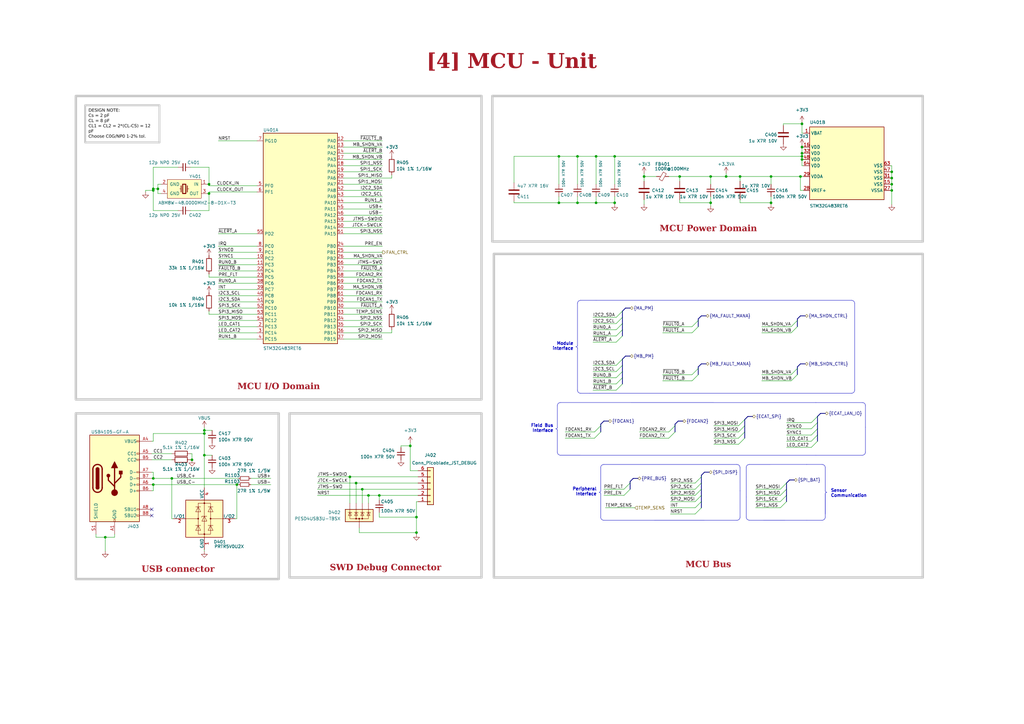
<source format=kicad_sch>
(kicad_sch (version 20230121) (generator eeschema)
  (paper "A3")
  (title_block (title "Sheet Title A") (date "Last Modified Date") (rev "${REVISION}") (company "${COMPANY}"))
  (bus_alias "ECAT_LAN_IO" (members "IRQ" "SYNC0" "SYNC1" "LED_CAT1" "LED_CAT2"))
  (bus_alias "ECAT_SPI" (members "SPI3_MOSI" "SPI3_MISO" "SPI3_SCK" "SPI3_NSS"))
  (bus_alias "FDCAN1" (members "FDCAN1_RX" "FDCAN1_TX"))
  (bus_alias "FDCAN2" (members "FDCAN2_RX" "FDCAN2_TX"))
  (bus_alias "LED" (members "LED1" "LED_USB"))
  (bus_alias "MA_FAULT_MANA" (members "~{FAULT0}_A" "~{FAULT1}_A"))
  (bus_alias "MA_PM" (members "I2C2_SDA" "I2C2_SCL" "RUN0_A" "RUN1_A" "~{ALERT}_A"))
  (bus_alias "MA_SHDN_CTRL" (members "MA_SHDN_VA" "MA_SHDN_VB"))
  (bus_alias "MB_FAULT_MANA" (members "~{FAULT0}_B" "~{FAULT1}_B"))
  (bus_alias "MB_PM" (members "I2C3_SDA" "I2C3_SCL" "RUN0_B" "RUN1_B" "~{ALERT}_B"))
  (bus_alias "MB_SHDN_CTRL" (members "MB_SHDN_VA" "MB_SHDN_VB"))
  (bus_alias "PRE_BUS" (members "PRE_FLT" "PRE_EN"))
  (bus_alias "SPI_BAT" (members "SPI1_MOSI" "SPI1_MISO" "SPI1_SCK" "SPI1_NSS"))
  (bus_alias "SPI_DISP" (members "SPI2_NSS" "SPI2_SCK" "SPI2_MISO" "SPI2_MOSI" "INT" "NRST"))
  (junction (at 328.93 65.405))
  (junction (at 297.815 72.39))
  (junction (at 43.18 220.345))
  (junction (at 64.77 77.47))
  (junction (at 365.76 73.025))
  (junction (at 151.13 203.2))
  (junction (at 170.815 218.44))
  (junction (at 62.865 78.105))
  (junction (at 291.465 83.185))
  (junction (at 85.725 75.565))
  (junction (at 85.725 79.375))
  (junction (at 143.51 195.58))
  (junction (at 252.095 83.185))
  (junction (at 244.475 83.185))
  (junction (at 83.82 186.69))
  (junction (at 62.865 198.755))
  (junction (at 316.23 72.39))
  (junction (at 328.295 72.39))
  (junction (at 316.23 83.185))
  (junction (at 148.59 200.66))
  (junction (at 328.93 62.865))
  (junction (at 236.855 83.185))
  (junction (at 229.235 64.135))
  (junction (at 62.865 196.215))
  (junction (at 328.93 50.8))
  (junction (at 83.82 177.8))
  (junction (at 244.475 64.135))
  (junction (at 278.765 72.39))
  (junction (at 62.865 77.47))
  (junction (at 303.53 72.39))
  (junction (at 365.76 70.485))
  (junction (at 365.76 75.565))
  (junction (at 146.05 198.12))
  (junction (at 328.93 64.135))
  (junction (at 252.095 64.135))
  (junction (at 97.155 198.755))
  (junction (at 365.76 78.105))
  (junction (at 168.275 182.88))
  (junction (at 264.16 72.39))
  (junction (at 236.855 64.135))
  (junction (at 170.815 212.09))
  (junction (at 78.74 188.595))
  (junction (at 229.235 83.185))
  (junction (at 155.575 203.2))
  (junction (at 328.93 60.325))
  (junction (at 83.82 176.53))
  (junction (at 291.465 72.39))
  (junction (at 70.485 196.215))
  (no_connect (at 62.23 211.455))
  (no_connect (at 62.23 208.915))
  (bus_entry (at 255.27 135.255) (size -2.54 2.54))
  (bus_entry (at 335.28 178.435) (size -2.54 2.54))
  (bus_entry (at 322.58 200.66) (size -2.54 2.54))
  (bus_entry (at 287.655 195.58) (size -2.54 2.54))
  (bus_entry (at 287.655 198.12) (size -2.54 2.54))
  (bus_entry (at 243.85 179.7) (size 2.54 -2.54))
  (bus_entry (at 335.28 180.975) (size -2.54 2.54))
  (bus_entry (at 324.485 156.21) (size 2.54 -2.54))
  (bus_entry (at 305.445 177.16) (size -2.54 2.54))
  (bus_entry (at 287.655 208.28) (size -2.54 2.54))
  (bus_entry (at 274.32 177.165) (size 2.54 -2.54))
  (bus_entry (at 287.655 203.2) (size -2.54 2.54))
  (bus_entry (at 305.445 179.7) (size -2.54 2.54))
  (bus_entry (at 283.845 156.21) (size 2.54 -2.54))
  (bus_entry (at 283.845 133.985) (size 2.54 -2.54))
  (bus_entry (at 255.27 132.715) (size -2.54 2.54))
  (bus_entry (at 287.655 200.66) (size -2.54 2.54))
  (bus_entry (at 305.445 174.62) (size -2.54 2.54))
  (bus_entry (at 255.27 130.175) (size -2.54 2.54))
  (bus_entry (at 255.27 147.32) (size -2.54 2.54))
  (bus_entry (at 324.485 133.985) (size 2.54 -2.54))
  (bus_entry (at 335.28 175.895) (size -2.54 2.54))
  (bus_entry (at 283.845 136.525) (size 2.54 -2.54))
  (bus_entry (at 324.485 136.525) (size 2.54 -2.54))
  (bus_entry (at 283.845 153.67) (size 2.54 -2.54))
  (bus_entry (at 322.58 198.12) (size -2.54 2.54))
  (bus_entry (at 335.28 173.355) (size -2.54 2.54))
  (bus_entry (at 243.85 177.16) (size 2.54 -2.54))
  (bus_entry (at 335.28 170.815) (size -2.54 2.54))
  (bus_entry (at 255.27 137.795) (size -2.54 2.54))
  (bus_entry (at 255.27 127.635) (size -2.54 2.54))
  (bus_entry (at 255.915 203.19) (size 2.54 -2.54))
  (bus_entry (at 255.905 200.66) (size 2.54 -2.54))
  (bus_entry (at 322.58 203.2) (size -2.54 2.54))
  (bus_entry (at 324.485 153.67) (size 2.54 -2.54))
  (bus_entry (at 255.27 157.48) (size -2.54 2.54))
  (bus_entry (at 287.655 205.74) (size -2.54 2.54))
  (bus_entry (at 255.27 149.86) (size -2.54 2.54))
  (bus_entry (at 255.27 154.94) (size -2.54 2.54))
  (bus_entry (at 255.27 152.4) (size -2.54 2.54))
  (bus_entry (at 305.445 172.08) (size -2.54 2.54))
  (bus_entry (at 322.58 205.74) (size -2.54 2.54))
  (bus_entry (at 274.32 179.705) (size 2.54 -2.54))
  (wire (pts (xy 328.93 50.8) (xy 328.93 54.61)))
  (wire (pts (xy 164.465 182.88) (xy 168.275 182.88)))
  (bus (pts (xy 305.445 172.08) (xy 305.445 174.62)))
  (wire (pts (xy 264.16 71.12) (xy 264.16 72.39)))
  (wire (pts (xy 66.04 79.375) (xy 64.77 79.375)))
  (bus (pts (xy 255.27 130.175) (xy 255.27 132.715)))
  (wire (pts (xy 140.97 111.125) (xy 156.845 111.125)))
  (wire (pts (xy 316.23 72.39) (xy 316.23 75.565)))
  (wire (pts (xy 170.815 218.44) (xy 170.815 219.075)))
  (wire (pts (xy 274.32 179.705) (xy 262.255 179.705)))
  (wire (pts (xy 155.575 212.09) (xy 170.815 212.09)))
  (wire (pts (xy 85.725 75.565) (xy 85.09 75.565)))
  (wire (pts (xy 328.93 65.405) (xy 329.565 65.405)))
  (bus (pts (xy 276.86 173.99) (xy 278.13 172.72)))
  (polyline (pts (xy 334.645 186.69) (xy 353.695 186.69)))
  (wire (pts (xy 97.155 212.725) (xy 97.155 198.755)))
  (wire (pts (xy 59.69 78.105) (xy 62.865 78.105)))
  (wire (pts (xy 328.295 72.39) (xy 329.565 72.39)))
  (wire (pts (xy 328.93 62.865) (xy 328.93 60.325)))
  (wire (pts (xy 229.235 80.645) (xy 229.235 83.185)))
  (wire (pts (xy 321.31 50.8) (xy 328.93 50.8)))
  (wire (pts (xy 274.32 72.39) (xy 278.765 72.39)))
  (polyline (pts (xy 337.19 190.495) (xy 330.84 190.495)))
  (bus (pts (xy 327.025 150.495) (xy 327.025 151.13)))
  (wire (pts (xy 62.865 201.295) (xy 62.865 198.755)))
  (polyline (pts (xy 350.52 160.02) (xy 350.52 124.46)))
  (wire (pts (xy 83.82 177.8) (xy 83.82 186.69)))
  (bus (pts (xy 322.58 203.2) (xy 322.58 205.74)))
  (bus (pts (xy 246.39 173.985) (xy 247.66 172.715)))
  (polyline (pts (xy 229.88 186.685) (xy 334.645 186.69)))
  (wire (pts (xy 102.87 198.755) (xy 111.125 198.755)))
  (wire (pts (xy 244.475 83.185) (xy 252.095 83.185)))
  (wire (pts (xy 297.815 72.39) (xy 303.53 72.39)))
  (wire (pts (xy 303.53 72.39) (xy 316.23 72.39)))
  (wire (pts (xy 62.23 186.055) (xy 70.485 186.055)))
  (wire (pts (xy 105.41 111.125) (xy 89.535 111.125)))
  (wire (pts (xy 168.275 181.61) (xy 168.275 182.88)))
  (wire (pts (xy 62.23 198.755) (xy 62.865 198.755)))
  (wire (pts (xy 365.76 73.025) (xy 365.76 75.565)))
  (wire (pts (xy 64.77 77.47) (xy 62.865 77.47)))
  (wire (pts (xy 156.845 60.325) (xy 140.97 60.325)))
  (wire (pts (xy 264.16 81.915) (xy 264.16 83.82)))
  (wire (pts (xy 156.845 100.965) (xy 140.97 100.965)))
  (wire (pts (xy 309.88 203.2) (xy 320.04 203.2)))
  (wire (pts (xy 328.93 50.165) (xy 328.93 50.8)))
  (bus (pts (xy 287.655 194.945) (xy 287.655 195.58)))
  (wire (pts (xy 89.535 116.205) (xy 105.41 116.205)))
  (wire (pts (xy 274.955 200.66) (xy 285.115 200.66)))
  (bus (pts (xy 286.385 150.495) (xy 286.385 151.13)))
  (wire (pts (xy 156.845 62.865) (xy 140.97 62.865)))
  (wire (pts (xy 156.845 106.045) (xy 140.97 106.045)))
  (wire (pts (xy 365.76 67.945) (xy 365.76 70.485)))
  (wire (pts (xy 365.76 78.105) (xy 365.76 83.82)))
  (wire (pts (xy 89.535 131.445) (xy 105.41 131.445)))
  (wire (pts (xy 278.765 72.39) (xy 291.465 72.39)))
  (bus (pts (xy 255.27 152.4) (xy 255.27 154.94)))
  (wire (pts (xy 83.82 186.69) (xy 83.82 200.025)))
  (wire (pts (xy 236.855 83.185) (xy 244.475 83.185)))
  (wire (pts (xy 89.535 136.525) (xy 105.41 136.525)))
  (wire (pts (xy 291.465 80.645) (xy 291.465 83.185)))
  (wire (pts (xy 85.725 86.36) (xy 85.725 79.375)))
  (wire (pts (xy 89.535 121.285) (xy 105.41 121.285)))
  (wire (pts (xy 229.235 64.135) (xy 229.235 75.565)))
  (wire (pts (xy 322.58 183.515) (xy 332.74 183.515)))
  (bus (pts (xy 246.39 174.62) (xy 246.39 177.16)))
  (wire (pts (xy 297.815 71.12) (xy 297.815 72.39)))
  (bus (pts (xy 255.27 132.715) (xy 255.27 135.255)))
  (wire (pts (xy 244.475 64.135) (xy 252.095 64.135)))
  (wire (pts (xy 243.205 132.715) (xy 252.73 132.715)))
  (polyline (pts (xy 306.07 212.09) (xy 306.07 203.835)))
  (wire (pts (xy 243.205 130.175) (xy 252.73 130.175)))
  (wire (pts (xy 140.97 108.585) (xy 156.845 108.585)))
  (wire (pts (xy 140.97 123.825) (xy 156.845 123.825)))
  (polyline (pts (xy 246.38 191.77) (xy 246.385 201.29)))
  (wire (pts (xy 365.76 78.105) (xy 365.125 78.105)))
  (wire (pts (xy 140.97 85.725) (xy 156.845 85.725)))
  (wire (pts (xy 278.765 83.185) (xy 291.465 83.185)))
  (bus (pts (xy 335.28 170.815) (xy 336.55 169.545)))
  (wire (pts (xy 143.51 206.375) (xy 143.51 195.58)))
  (bus (pts (xy 287.655 194.945) (xy 288.925 193.675)))
  (wire (pts (xy 274.955 203.2) (xy 285.115 203.2)))
  (wire (pts (xy 156.845 103.505) (xy 140.97 103.505)))
  (wire (pts (xy 210.82 74.93) (xy 210.82 64.135)))
  (wire (pts (xy 156.845 131.445) (xy 140.97 131.445)))
  (wire (pts (xy 85.725 78.74) (xy 105.41 78.74)))
  (wire (pts (xy 83.82 226.06) (xy 83.82 225.425)))
  (wire (pts (xy 252.095 64.135) (xy 252.095 75.565)))
  (wire (pts (xy 62.23 193.675) (xy 62.865 193.675)))
  (wire (pts (xy 105.41 57.785) (xy 89.535 57.785)))
  (wire (pts (xy 243.205 154.94) (xy 252.73 154.94)))
  (bus (pts (xy 258.45 197.48) (xy 259.72 196.21)))
  (bus (pts (xy 255.27 147.32) (xy 256.54 146.05)))
  (wire (pts (xy 164.465 183.515) (xy 164.465 182.88)))
  (wire (pts (xy 171.45 205.74) (xy 170.815 205.74)))
  (bus (pts (xy 258.445 198.12) (xy 258.455 198.11)))
  (wire (pts (xy 274.955 208.28) (xy 285.115 208.28)))
  (wire (pts (xy 85.725 79.375) (xy 85.09 79.375)))
  (wire (pts (xy 365.76 70.485) (xy 365.125 70.485)))
  (wire (pts (xy 140.97 75.565) (xy 156.845 75.565)))
  (wire (pts (xy 140.97 80.645) (xy 156.845 80.645)))
  (bus (pts (xy 305.445 172.08) (xy 306.715 170.81)))
  (bus (pts (xy 335.28 173.355) (xy 335.28 175.895)))
  (wire (pts (xy 252.095 80.645) (xy 252.095 83.185)))
  (wire (pts (xy 243.205 152.4) (xy 252.73 152.4)))
  (wire (pts (xy 156.845 133.985) (xy 140.97 133.985)))
  (wire (pts (xy 156.845 57.785) (xy 140.97 57.785)))
  (bus (pts (xy 286.385 131.445) (xy 286.385 133.985)))
  (wire (pts (xy 274.32 177.165) (xy 262.255 177.165)))
  (bus (pts (xy 256.54 146.05) (xy 258.445 146.05)))
  (wire (pts (xy 105.41 108.585) (xy 89.535 108.585)))
  (polyline (pts (xy 229.88 165.095) (xy 334.645 165.1)))
  (wire (pts (xy 244.475 64.135) (xy 244.475 75.565)))
  (wire (pts (xy 83.82 186.69) (xy 86.995 186.69)))
  (wire (pts (xy 321.31 50.8) (xy 321.31 51.435)))
  (wire (pts (xy 140.97 136.525) (xy 160.655 136.525)))
  (wire (pts (xy 243.205 160.02) (xy 252.73 160.02)))
  (bus (pts (xy 322.58 198.12) (xy 323.85 196.85)))
  (wire (pts (xy 89.535 100.965) (xy 105.41 100.965)))
  (wire (pts (xy 62.865 68.58) (xy 62.865 77.47)))
  (wire (pts (xy 291.465 72.39) (xy 291.465 75.565)))
  (bus (pts (xy 255.27 149.86) (xy 255.27 152.4)))
  (wire (pts (xy 252.095 64.135) (xy 328.93 64.135)))
  (wire (pts (xy 365.76 73.025) (xy 365.125 73.025)))
  (wire (pts (xy 62.865 180.975) (xy 62.23 180.975)))
  (wire (pts (xy 292.745 174.62) (xy 302.905 174.62)))
  (wire (pts (xy 283.845 153.67) (xy 271.78 153.67)))
  (wire (pts (xy 236.855 64.135) (xy 236.855 75.565)))
  (polyline (pts (xy 228.6 176.535) (xy 228.61 185.415)))
  (polyline (pts (xy 338.465 202.565) (xy 338.465 210.82)))
  (wire (pts (xy 322.58 178.435) (xy 332.74 178.435)))
  (wire (pts (xy 85.725 128.905) (xy 105.41 128.905)))
  (wire (pts (xy 89.535 118.745) (xy 105.41 118.745)))
  (polyline (pts (xy 238.125 161.29) (xy 241.935 161.29)))
  (bus (pts (xy 322.58 200.66) (xy 322.58 203.2)))
  (wire (pts (xy 89.535 95.885) (xy 105.41 95.885)))
  (bus (pts (xy 322.58 198.12) (xy 322.58 200.66)))
  (bus (pts (xy 306.715 170.81) (xy 308.62 170.81)))
  (wire (pts (xy 365.76 67.945) (xy 365.125 67.945)))
  (wire (pts (xy 140.97 78.105) (xy 156.845 78.105)))
  (wire (pts (xy 78.105 188.595) (xy 78.74 188.595)))
  (wire (pts (xy 147.32 218.44) (xy 170.815 218.44)))
  (wire (pts (xy 140.97 67.945) (xy 156.845 67.945)))
  (bus (pts (xy 323.85 196.85) (xy 325.755 196.85)))
  (wire (pts (xy 89.535 123.825) (xy 105.41 123.825)))
  (bus (pts (xy 286.385 150.495) (xy 287.655 149.225)))
  (wire (pts (xy 328.93 60.325) (xy 329.565 60.325)))
  (wire (pts (xy 243.205 157.48) (xy 252.73 157.48)))
  (wire (pts (xy 62.865 77.47) (xy 62.865 78.105)))
  (wire (pts (xy 140.97 116.205) (xy 156.845 116.205)))
  (wire (pts (xy 236.855 80.645) (xy 236.855 83.185)))
  (wire (pts (xy 264.16 72.39) (xy 264.16 74.295)))
  (polyline (pts (xy 337.19 213.355) (xy 330.84 213.355)))
  (wire (pts (xy 155.575 210.185) (xy 155.575 212.09)))
  (wire (pts (xy 229.235 83.185) (xy 236.855 83.185)))
  (wire (pts (xy 255.905 200.66) (xy 247.655 200.655)))
  (bus (pts (xy 287.655 129.54) (xy 289.56 129.54)))
  (wire (pts (xy 316.23 72.39) (xy 328.295 72.39)))
  (bus (pts (xy 335.28 175.895) (xy 335.28 178.435)))
  (wire (pts (xy 70.485 196.215) (xy 70.485 212.725)))
  (polyline (pts (xy 338.465 202.565) (xy 338.465 212.09)))
  (bus (pts (xy 247.66 172.715) (xy 249.565 172.715)))
  (wire (pts (xy 329.565 78.105) (xy 328.295 78.105)))
  (wire (pts (xy 309.88 208.28) (xy 320.04 208.28)))
  (wire (pts (xy 248.285 208.28) (xy 260.35 208.28)))
  (wire (pts (xy 243.205 137.795) (xy 252.73 137.795)))
  (wire (pts (xy 146.05 198.12) (xy 171.45 198.12)))
  (bus (pts (xy 256.54 126.365) (xy 258.445 126.365)))
  (wire (pts (xy 278.765 72.39) (xy 278.765 74.295)))
  (wire (pts (xy 70.485 212.725) (xy 71.12 212.725)))
  (bus (pts (xy 327.025 131.445) (xy 327.025 133.985)))
  (wire (pts (xy 89.535 106.045) (xy 105.41 106.045)))
  (wire (pts (xy 322.58 175.895) (xy 332.74 175.895)))
  (wire (pts (xy 62.23 201.295) (xy 62.865 201.295)))
  (wire (pts (xy 140.97 118.745) (xy 156.845 118.745)))
  (wire (pts (xy 83.82 176.53) (xy 83.82 177.8)))
  (bus (pts (xy 255.27 127.635) (xy 256.54 126.365)))
  (wire (pts (xy 365.76 75.565) (xy 365.125 75.565)))
  (wire (pts (xy 140.97 70.485) (xy 156.845 70.485)))
  (wire (pts (xy 243.85 179.7) (xy 231.785 179.7)))
  (wire (pts (xy 62.23 196.215) (xy 62.865 196.215)))
  (wire (pts (xy 328.93 59.69) (xy 328.93 60.325)))
  (wire (pts (xy 85.725 113.665) (xy 105.41 113.665)))
  (wire (pts (xy 85.725 127.635) (xy 85.725 128.905)))
  (bus (pts (xy 287.655 198.12) (xy 287.655 200.66)))
  (wire (pts (xy 243.205 140.335) (xy 252.73 140.335)))
  (bus (pts (xy 327.025 130.81) (xy 328.295 129.54)))
  (wire (pts (xy 274.955 198.12) (xy 285.115 198.12)))
  (wire (pts (xy 62.865 198.755) (xy 97.155 198.755)))
  (wire (pts (xy 243.205 149.86) (xy 252.73 149.86)))
  (wire (pts (xy 309.88 205.74) (xy 320.04 205.74)))
  (wire (pts (xy 64.77 77.47) (xy 64.77 79.375)))
  (wire (pts (xy 140.97 121.285) (xy 156.845 121.285)))
  (bus (pts (xy 258.455 198.11) (xy 258.455 200.65)))
  (wire (pts (xy 39.37 219.075) (xy 39.37 220.345)))
  (bus (pts (xy 246.39 173.985) (xy 246.39 174.62)))
  (polyline (pts (xy 244.475 123.19) (xy 349.25 123.19)))
  (wire (pts (xy 171.45 193.04) (xy 168.275 193.04)))
  (wire (pts (xy 140.97 93.345) (xy 156.845 93.345)))
  (wire (pts (xy 252.095 83.185) (xy 252.095 83.82)))
  (polyline (pts (xy 338.465 191.77) (xy 338.46 201.29)))
  (wire (pts (xy 130.175 195.58) (xy 143.51 195.58)))
  (polyline (pts (xy 247.65 190.5) (xy 302.26 190.5)))
  (wire (pts (xy 140.97 139.065) (xy 156.845 139.065)))
  (polyline (pts (xy 330.84 190.495) (xy 307.34 190.5)))
  (bus (pts (xy 327.025 151.13) (xy 327.025 153.67)))
  (wire (pts (xy 130.175 203.2) (xy 151.13 203.2)))
  (wire (pts (xy 170.815 205.74) (xy 170.815 212.09)))
  (bus (pts (xy 335.28 178.435) (xy 335.28 180.975)))
  (wire (pts (xy 97.155 198.755) (xy 97.79 198.755)))
  (wire (pts (xy 170.815 212.09) (xy 170.815 218.44)))
  (wire (pts (xy 274.955 205.74) (xy 285.115 205.74)))
  (wire (pts (xy 62.865 196.215) (xy 62.865 193.675)))
  (polyline (pts (xy 238.125 123.19) (xy 244.475 123.19)))
  (wire (pts (xy 102.87 196.215) (xy 111.125 196.215)))
  (wire (pts (xy 229.235 64.135) (xy 236.855 64.135)))
  (bus (pts (xy 255.27 135.255) (xy 255.27 137.795)))
  (wire (pts (xy 62.865 177.8) (xy 62.865 180.975)))
  (wire (pts (xy 324.485 156.21) (xy 312.42 156.21)))
  (bus (pts (xy 287.655 203.2) (xy 287.655 205.74)))
  (wire (pts (xy 85.725 112.395) (xy 85.725 113.665)))
  (wire (pts (xy 140.97 88.265) (xy 156.845 88.265)))
  (polyline (pts (xy 247.655 213.355) (xy 302.26 213.36)))
  (wire (pts (xy 62.23 188.595) (xy 70.485 188.595)))
  (wire (pts (xy 148.59 200.66) (xy 171.45 200.66)))
  (wire (pts (xy 283.845 136.525) (xy 271.78 136.525)))
  (wire (pts (xy 148.59 206.375) (xy 148.59 200.66)))
  (wire (pts (xy 328.93 67.945) (xy 329.565 67.945)))
  (wire (pts (xy 324.485 133.985) (xy 312.42 133.985)))
  (wire (pts (xy 291.465 72.39) (xy 297.815 72.39)))
  (bus (pts (xy 287.655 195.58) (xy 287.655 198.12)))
  (bus (pts (xy 255.27 127.635) (xy 255.27 130.175)))
  (wire (pts (xy 147.32 216.535) (xy 147.32 218.44)))
  (wire (pts (xy 155.575 203.2) (xy 171.45 203.2)))
  (polyline (pts (xy 330.84 213.355) (xy 307.34 213.36)))
  (wire (pts (xy 324.485 136.525) (xy 312.42 136.525)))
  (wire (pts (xy 160.655 135.255) (xy 160.655 136.525)))
  (bus (pts (xy 336.55 169.545) (xy 338.455 169.545)))
  (polyline (pts (xy 306.07 203.835) (xy 306.07 191.77)))
  (bus (pts (xy 287.655 200.66) (xy 287.655 203.2)))
  (wire (pts (xy 78.105 186.055) (xy 78.74 186.055)))
  (wire (pts (xy 316.23 83.185) (xy 316.23 83.82)))
  (wire (pts (xy 328.93 65.405) (xy 328.93 64.135)))
  (wire (pts (xy 328.295 72.39) (xy 328.295 78.105)))
  (wire (pts (xy 322.58 173.355) (xy 332.74 173.355)))
  (wire (pts (xy 243.205 135.255) (xy 252.73 135.255)))
  (bus (pts (xy 305.445 174.62) (xy 305.445 177.16)))
  (wire (pts (xy 292.745 177.16) (xy 302.905 177.16)))
  (wire (pts (xy 151.13 203.2) (xy 155.575 203.2)))
  (bus (pts (xy 327.025 130.81) (xy 327.025 131.445)))
  (wire (pts (xy 292.745 179.7) (xy 302.905 179.7)))
  (wire (pts (xy 303.53 83.185) (xy 316.23 83.185)))
  (wire (pts (xy 151.13 206.375) (xy 151.13 203.2)))
  (wire (pts (xy 140.97 95.885) (xy 156.845 95.885)))
  (wire (pts (xy 66.04 75.565) (xy 64.77 75.565)))
  (bus (pts (xy 305.445 177.16) (xy 305.445 179.7)))
  (wire (pts (xy 85.725 76.2) (xy 105.41 76.2)))
  (wire (pts (xy 210.82 64.135) (xy 229.235 64.135)))
  (wire (pts (xy 283.845 156.21) (xy 271.78 156.21)))
  (wire (pts (xy 46.99 220.345) (xy 46.99 219.075)))
  (bus (pts (xy 276.86 174.625) (xy 276.86 177.165)))
  (wire (pts (xy 43.18 220.345) (xy 46.99 220.345)))
  (wire (pts (xy 140.97 113.665) (xy 156.845 113.665)))
  (wire (pts (xy 140.97 90.805) (xy 156.845 90.805)))
  (wire (pts (xy 365.76 70.485) (xy 365.76 73.025)))
  (wire (pts (xy 328.93 62.865) (xy 328.93 64.135)))
  (bus (pts (xy 286.385 130.81) (xy 286.385 131.445)))
  (wire (pts (xy 291.465 83.185) (xy 291.465 84.455)))
  (bus (pts (xy 255.27 154.94) (xy 255.27 157.48)))
  (bus (pts (xy 286.385 151.13) (xy 286.385 153.67)))
  (wire (pts (xy 328.93 62.865) (xy 329.565 62.865)))
  (polyline (pts (xy 334.645 165.1) (xy 353.695 165.1)))
  (wire (pts (xy 85.725 78.74) (xy 85.725 79.375)))
  (wire (pts (xy 43.18 226.06) (xy 43.18 220.345)))
  (wire (pts (xy 62.865 78.105) (xy 62.865 86.36)))
  (wire (pts (xy 64.77 75.565) (xy 64.77 77.47)))
  (wire (pts (xy 140.97 126.365) (xy 156.845 126.365)))
  (wire (pts (xy 210.82 82.55) (xy 210.82 83.185)))
  (wire (pts (xy 140.97 73.025) (xy 160.655 73.025)))
  (wire (pts (xy 143.51 195.58) (xy 171.45 195.58)))
  (polyline (pts (xy 354.965 185.42) (xy 354.965 175.26)))
  (wire (pts (xy 130.175 198.12) (xy 146.05 198.12)))
  (wire (pts (xy 168.275 182.88) (xy 168.275 193.04)))
  (polyline (pts (xy 236.855 142.875) (xy 236.855 160.02)))
  (wire (pts (xy 146.05 206.375) (xy 146.05 198.12)))
  (bus (pts (xy 278.13 172.72) (xy 280.035 172.72)))
  (bus (pts (xy 288.925 193.675) (xy 290.83 193.675)))
  (bus (pts (xy 258.45 197.48) (xy 258.445 198.12)))
  (bus (pts (xy 328.295 149.225) (xy 330.2 149.225)))
  (wire (pts (xy 303.53 81.915) (xy 303.53 83.185)))
  (bus (pts (xy 259.72 196.21) (xy 261.625 196.21)))
  (wire (pts (xy 78.74 186.055) (xy 78.74 188.595)))
  (wire (pts (xy 247.66 203.19) (xy 255.915 203.19)))
  (bus (pts (xy 286.385 130.81) (xy 287.655 129.54)))
  (bus (pts (xy 327.025 150.495) (xy 328.295 149.225)))
  (wire (pts (xy 365.76 75.565) (xy 365.76 78.105)))
  (wire (pts (xy 89.535 133.985) (xy 105.41 133.985)))
  (wire (pts (xy 89.535 126.365) (xy 105.41 126.365)))
  (polyline (pts (xy 236.855 124.46) (xy 236.855 141.605)))
  (wire (pts (xy 316.23 80.645) (xy 316.23 83.185)))
  (wire (pts (xy 328.93 67.945) (xy 328.93 65.405)))
  (wire (pts (xy 140.97 83.185) (xy 156.845 83.185)))
  (wire (pts (xy 285.115 210.82) (xy 274.955 210.82)))
  (wire (pts (xy 324.485 153.67) (xy 312.42 153.67)))
  (wire (pts (xy 70.485 196.215) (xy 97.79 196.215)))
  (wire (pts (xy 130.175 200.66) (xy 148.59 200.66)))
  (wire (pts (xy 155.575 203.2) (xy 155.575 205.105)))
  (wire (pts (xy 89.535 103.505) (xy 105.41 103.505)))
  (bus (pts (xy 335.28 170.815) (xy 335.28 173.355)))
  (bus (pts (xy 276.86 173.99) (xy 276.86 174.625)))
  (wire (pts (xy 236.855 64.135) (xy 244.475 64.135)))
  (bus (pts (xy 255.27 147.32) (xy 255.27 149.86)))
  (wire (pts (xy 73.025 68.58) (xy 62.865 68.58)))
  (wire (pts (xy 243.85 177.16) (xy 231.785 177.16)))
  (wire (pts (xy 85.725 68.58) (xy 85.725 75.565)))
  (wire (pts (xy 140.97 65.405) (xy 156.845 65.405)))
  (wire (pts (xy 85.725 76.2) (xy 85.725 75.565)))
  (wire (pts (xy 292.745 182.24) (xy 302.905 182.24)))
  (polyline (pts (xy 303.53 201.295) (xy 303.525 212.09)))
  (wire (pts (xy 39.37 220.345) (xy 43.18 220.345)))
  (wire (pts (xy 140.97 128.905) (xy 156.845 128.905)))
  (bus (pts (xy 328.295 129.54) (xy 330.2 129.54)))
  (wire (pts (xy 160.655 71.755) (xy 160.655 73.025)))
  (polyline (pts (xy 303.525 191.77) (xy 303.53 201.295)))
  (wire (pts (xy 322.58 180.975) (xy 332.74 180.975)))
  (wire (pts (xy 96.52 212.725) (xy 97.155 212.725)))
  (polyline (pts (xy 228.61 166.365) (xy 228.61 175.255)))
  (wire (pts (xy 278.765 81.915) (xy 278.765 83.185)))
  (wire (pts (xy 328.93 54.61) (xy 329.565 54.61)))
  (wire (pts (xy 89.535 139.065) (xy 105.41 139.065)))
  (polyline (pts (xy 246.375 202.57) (xy 246.38 212.09)))
  (wire (pts (xy 264.16 72.39) (xy 269.24 72.39)))
  (polyline (pts (xy 241.935 161.29) (xy 349.25 161.29)))
  (wire (pts (xy 62.865 177.8) (xy 83.82 177.8)))
  (wire (pts (xy 309.88 200.66) (xy 320.04 200.66)))
  (wire (pts (xy 303.53 72.39) (xy 303.53 74.295)))
  (wire (pts (xy 244.475 80.645) (xy 244.475 83.185)))
  (wire (pts (xy 85.725 68.58) (xy 78.105 68.58)))
  (wire (pts (xy 78.105 86.36) (xy 85.725 86.36)))
  (wire (pts (xy 283.845 133.985) (xy 271.78 133.985)))
  (wire (pts (xy 86.995 176.53) (xy 83.82 176.53)))
  (wire (pts (xy 62.865 196.215) (xy 70.485 196.215)))
  (bus (pts (xy 287.655 205.74) (xy 287.655 208.28)))
  (wire (pts (xy 73.025 86.36) (xy 62.865 86.36)))
  (wire (pts (xy 59.69 78.105) (xy 59.69 78.74)))
  (wire (pts (xy 83.82 175.26) (xy 83.82 176.53)))
  (polyline (pts (xy 354.965 175.26) (xy 354.965 166.37)))
  (bus (pts (xy 287.655 149.225) (xy 289.56 149.225)))
  (wire (pts (xy 210.82 83.185) (xy 229.235 83.185)))
  (rectangle (start 202.565 104.14) (end 378.46 236.855) (stroke (width 1) (color 200 200 200 1)))
  (arc (start 349.255 123.185) (mid 350.1542 123.5543) (end 350.525 124.455))
  (arc (start 236.225 142.235) (mid 236.6785 142.4165) (end 236.86 142.87))
  (arc (start 307.345 213.355) (mid 306.4484 212.9816) (end 306.075 212.085))
  (arc (start 245.745 201.93) (mid 246.1985 202.1115) (end 246.38 202.565))
  (arc (start 353.695 165.1) (mid 354.5975 165.4675) (end 354.965 166.37))
  (arc (start 236.86 124.455) (mid 237.2302 123.5537) (end 238.13 123.185))
  (arc (start 246.38 201.295) (mid 246.1926 201.7426) (end 245.745 201.93))
  (arc (start 246.385 191.765) (mid 246.7555 190.8655) (end 247.655 190.495))
  (arc (start 350.52 160.02) (mid 350.1448 160.9134) (end 349.25 161.29))
  (rectangle (start 31.115 169.545) (end 114.3 237.49) (stroke (width 1) (color 200 200 200 1)))
  (arc (start 247.645 213.365) (mid 246.7395 213.0005) (end 246.375 212.095))
  (arc (start 338.46 212.085) (mid 338.0913 212.9878) (end 337.19 213.355))
  (arc (start 306.07 191.76) (mid 306.436 190.856) (end 307.34 190.49))
  (arc (start 303.53 212.095) (mid 303.164 212.999) (end 302.26 213.365))
  (arc (start 227.97 175.895) (mid 228.4269 176.0746) (end 228.605 176.53))
  (rectangle (start 118.745 169.545) (end 197.485 236.855) (stroke (width 1) (color 200 200 200 1)))
  (arc (start 337.185 190.49) (mid 338.0848 190.8617) (end 338.455 191.76))
  (arc (start 339.095 201.925) (mid 338.6474 201.7376) (end 338.46 201.29))
  (arc (start 228.605 175.26) (mid 228.4208 175.7123) (end 227.97 175.895))
  (rectangle (start 31.115 39.37) (end 197.485 163.83) (stroke (width 1) (color 200 200 200 1)))
  (rectangle (start 201.93 39.37) (end 378.46 99.06) (stroke (width 1) (color 200 200 200 1)))
  (arc (start 354.96 185.425) (mid 354.588 186.323) (end 353.69 186.695))
  (arc (start 229.87 186.695) (mid 228.966 186.329) (end 228.6 185.425))
  (arc (start 228.605 166.37) (mid 228.9784 165.4734) (end 229.875 165.1))
  (arc (start 338.46 202.56) (mid 338.6415 202.1065) (end 339.095 201.925))
  (arc (start 302.25 190.495) (mid 303.151 190.864) (end 303.52 191.765))
  (arc (start 236.86 141.6) (mid 236.6726 142.0476) (end 236.225 142.235))
  (arc (start 238.125 161.29) (mid 237.2207 160.9228) (end 236.855 160.02))
  (text_box "USB connector" (at 31.75 229.87 0) (size 82.55 6.985) (stroke (width -0.0001)) (effects (font (size 2.54 2.54) (thickness 0.508) bold) (justify bottom)))
  (text_box "Field Bus Interface" (at 214.64 172.715 0) (size 13.335 7.62) (stroke (width -0.0001)) (effects (font (size 1.27 1.27) (thickness 0.254) bold) (justify right top)))
  (text_box "Module interface" (at 222.885 139.065 0) (size 13.335 5.715) (stroke (width -0.0001)) (effects (font (size 1.27 1.27) (thickness 0.254) bold) (justify right top)))
  (text_box "MCU Power Domain" (at 202.565 90.17 0) (size 175.895 6.985) (stroke (width -0.0001)) (effects (font (size 2.54 2.54) (thickness 0.508) bold) (justify bottom)))
  (text_box "Peripheral Interface" (at 232.415 198.75 0) (size 13.335 6.985) (stroke (width -0.0001)) (effects (font (size 1.27 1.27) (thickness 0.254) bold) (justify right top)))
  (text_box "[4] MCU - Unit\n" (at 12.065 19.05 0) (size 395.605 12.7) (stroke (width -0.0001)) (effects (font (size 6 6) (thickness 1.2) bold)))
  (text_box "MCU I/O Domain" (at 31.115 154.94 0) (size 166.37 6.985) (stroke (width -0.0001)) (effects (font (size 2.54 2.54) (thickness 0.508) bold) (justify bottom)))
  (text_box "MCU Bus\n" (at 202.565 227.965 0) (size 175.895 6.985) (stroke (width -0.0001)) (effects (font (size 2.54 2.54) (thickness 0.508) bold) (justify bottom)))
  (text_box "DESIGN NOTE:\nCs = 2 pF\nCL = 8 pF\nCL1 = CL2 = 2*(CL-CS) = 12 pF\nChoose C0G/NP0 1-2% tol." (at 34.925 43.18 0) (size 30.48 15.24) (stroke (width 0.8) (color 200 200 200 1)) (effects (font (size 1.27 1.27)) (justify left top)))
  (text_box "Sensor\nCommunication" (at 339.735 199.39 0) (size 13.335 5.715) (stroke (width -0.0001)) (effects (font (size 1.27 1.27) (thickness 0.254) bold) (justify left top)))
  (text_box "SWD Debug Connector\n" (at 118.745 229.235 0) (size 78.74 6.985) (stroke (width -0.0001)) (effects (font (size 2.54 2.54) (thickness 0.508) bold) (justify bottom)))
  (label "~{FAULT1}_B" (at 156.845 57.785 180))
  (label "SPI2_SCK" (at 274.955 200.66 0))
  (label "FDCAN1_RX" (at 156.845 121.285 180))
  (label "TEMP_SENS" (at 156.845 128.905 180))
  (label "FDCAN1_TX" (at 231.785 179.7 0))
  (label "~{ALERT}_A" (at 243.205 140.335 0))
  (label "JTMS-SWDIO" (at 156.845 90.805 180))
  (label "RUN1_A" (at 156.845 83.185 180))
  (label "LED_CAT2" (at 89.535 136.525 0))
  (label "SPI3_MOSI" (at 292.745 174.62 0))
  (label "INT" (at 89.535 118.745 0))
  (label "JTCK-SWCLK" (at 156.845 93.345 180))
  (label "PRE_EN" (at 156.845 100.965 180))
  (label "I2C2_SDA" (at 156.845 78.105 180))
  (label "JTCK-SWCLK" (at 130.175 198.12 0))
  (label "SPI2_MOSI" (at 156.845 139.065 180))
  (label "~{FAULT0}_A" (at 156.845 111.125 180))
  (label "PRE_FLT" (at 247.655 200.655 0))
  (label "USB_C+" (at 72.39 196.215 0))
  (label "SPI2_MOSI" (at 274.955 205.74 0))
  (label "FDCAN1_TX" (at 156.845 123.825 180))
  (label "I2C3_SDA" (at 243.205 149.86 0))
  (label "SPI3_MISO" (at 89.535 128.905 0))
  (label "USB_C-" (at 72.39 198.755 0))
  (label "PRE_EN" (at 247.66 203.19 0))
  (label "RUN0_A" (at 243.205 135.255 0))
  (label "TEMP_SENS" (at 248.285 208.28 0))
  (label "JTMS-SWO" (at 130.175 200.66 0))
  (label "SPI2_SCK" (at 156.845 133.985 180))
  (label "SPI2_MISO" (at 274.955 203.2 0))
  (label "LED_CAT1" (at 89.535 133.985 0))
  (label "I2C2_SCL" (at 243.205 132.715 0))
  (label "INT" (at 274.955 208.28 0))
  (label "I2C3_SCL" (at 89.535 121.285 0))
  (label "SPI1_SCK" (at 309.88 205.74 0))
  (label "MB_SHDN_VA" (at 312.42 153.67 0))
  (label "MB_SHDN_VA" (at 156.845 60.325 180))
  (label "RUN0_B" (at 243.205 154.94 0))
  (label "RUN1_A" (at 243.205 137.795 0))
  (label "RUN1_B" (at 243.205 157.48 0))
  (label "FDCAN2_TX" (at 156.845 116.205 180))
  (label "NRST" (at 274.955 210.82 0))
  (label "FDCAN2_RX" (at 262.255 177.165 0))
  (label "NRST" (at 89.535 57.785 0))
  (label "~{FAULT0}_B" (at 271.78 153.67 0))
  (label "SPI3_NSS" (at 292.745 182.24 0))
  (label "~{ALERT}_A" (at 89.535 95.885 0))
  (label "SPI1_MISO" (at 156.845 73.025 180))
  (label "SPI1_NSS" (at 156.845 67.945 180))
  (label "MB_SHDN_VB" (at 156.845 65.405 180))
  (label "~{FAULT0}_A" (at 271.78 133.985 0))
  (label "LED_CAT2" (at 322.58 183.515 0))
  (label "NRST" (at 130.175 203.2 0))
  (label "~{FAULT1}_B" (at 271.78 156.21 0))
  (label "SPI1_NSS" (at 309.88 208.28 0))
  (label "LED_CAT1" (at 322.58 180.975 0))
  (label "~{FAULT1}_A" (at 156.845 126.365 180))
  (label "RUN0_B" (at 89.535 108.585 0))
  (label "SYNC1" (at 89.535 106.045 0))
  (label "JTMS-SWO" (at 156.845 108.585 180))
  (label "RUN0_A" (at 89.535 116.205 0))
  (label "USB+" (at 111.125 196.215 180))
  (label "I2C2_SCL" (at 156.845 80.645 180))
  (label "PRE_FLT" (at 89.535 113.665 0))
  (label "SPI3_MOSI" (at 89.535 131.445 0))
  (label "MA_SHDN_VB" (at 156.845 118.745 180))
  (label "CC2" (at 62.865 188.595 0))
  (label "JTMS-SWDIO" (at 130.175 195.58 0))
  (label "MB_SHDN_VB" (at 312.42 156.21 0))
  (label "SPI1_MOSI" (at 156.845 75.565 180))
  (label "IRQ" (at 89.535 100.965 0))
  (label "SYNC1" (at 322.58 178.435 0))
  (label "SPI3_SCK" (at 292.745 179.7 0))
  (label "I2C3_SDA" (at 89.535 123.825 0))
  (label "FDCAN2_RX" (at 156.845 113.665 180))
  (label "CC1" (at 62.865 186.055 0))
  (label "USB+" (at 156.845 85.725 180))
  (label "~{ALERT}_B" (at 243.205 160.02 0))
  (label "SYNC0" (at 89.535 103.505 0))
  (label "~{FAULT1}_A" (at 271.78 136.525 0))
  (label "SPI1_MOSI" (at 309.88 200.66 0))
  (label "MA_SHDN_VB" (at 312.42 136.525 0))
  (label "SPI2_MISO" (at 156.845 136.525 180))
  (label "CLOCK_IN" (at 88.9 76.2 0))
  (label "SPI2_NSS" (at 274.955 198.12 0))
  (label "SPI1_MISO" (at 309.88 203.2 0))
  (label "I2C2_SDA" (at 243.205 130.175 0))
  (label "FDCAN2_TX" (at 262.255 179.705 0))
  (label "SPI3_MISO" (at 292.745 177.16 0))
  (label "RUN1_B" (at 89.535 139.065 0))
  (label "SPI3_NSS" (at 156.845 95.885 180))
  (label "IRQ" (at 322.58 173.355 0))
  (label "~{FAULT0}_B" (at 89.535 111.125 0))
  (label "~{ALERT}_B" (at 156.845 62.865 180))
  (label "SYNC0" (at 322.58 175.895 0))
  (label "SPI2_NSS" (at 156.845 131.445 180))
  (label "USB-" (at 156.845 88.265 180))
  (label "MA_SHDN_VA" (at 156.845 106.045 180))
  (label "SPI1_SCK" (at 156.845 70.485 180))
  (label "MA_SHDN_VA" (at 312.42 133.985 0))
  (label "CLOCK_OUT" (at 88.9 78.74 0))
  (label "SPI3_SCK" (at 89.535 126.365 0))
  (label "FDCAN1_RX" (at 231.785 177.16 0))
  (label "USB-" (at 111.125 198.755 180))
  (label "I2C3_SCL" (at 243.205 152.4 0))
  (hierarchical_label "{SPI_DISP}" (shape bidirectional) (at 290.83 193.675 0))
  (hierarchical_label "{MA_FAULT_MANA}" (shape bidirectional) (at 289.56 129.54 0))
  (hierarchical_label "{FDCAN2}" (shape bidirectional) (at 280.035 172.72 0))
  (hierarchical_label "{MB_FAULT_MANA}" (shape bidirectional) (at 289.56 149.225 0))
  (hierarchical_label "TEMP_SENS" (shape input) (at 260.35 208.28 0))
  (hierarchical_label "{MA_PM}" (shape bidirectional) (at 258.445 126.365 0))
  (hierarchical_label "{FDCAN1}" (shape bidirectional) (at 249.565 172.715 0))
  (hierarchical_label "{MB_SHDN_CTRL}" (shape bidirectional) (at 330.2 149.225 0))
  (hierarchical_label "{MB_PM}" (shape bidirectional) (at 258.445 146.05 0))
  (hierarchical_label "{PRE_BUS}" (shape bidirectional) (at 261.625 196.21 0))
  (hierarchical_label "{MA_SHDN_CTRL}" (shape bidirectional) (at 330.2 129.54 0))
  (hierarchical_label "{SPI_BAT}" (shape bidirectional) (at 325.755 196.85 0))
  (hierarchical_label "{ECAT_SPI}" (shape bidirectional) (at 308.62 170.81 0))
  (hierarchical_label "{ECAT_LAN_IO}" (shape bidirectional) (at 338.455 169.545 0))
  (hierarchical_label "FAN_CTRL" (shape output) (at 156.845 103.505 0))
  (symbol (lib_id "Device:C") (at 278.765 78.105 0) (unit 1)
    (property "Reference" "C413" (at 281.305 78.105 0) (effects (justify left)))
    (property "Value" "1u X7R 10V" (at 278.765 80.645 0) (effects (justify left)))
    (property "Footprint" "0_capacitor_smd:C_0402_1005_DensityHigh" (effects hide))
    (property "Datasheet" "https://search.murata.co.jp/Ceramy/image/img/A01X/G101/ENG/GRM155Z71A105KE01-01A.pdf" (effects hide))
    (property "Description" "1 µF ±10% 10V Ceramic Capacitor X7R 0402 (1005 Metric)" (effects hide))
    (property "Manufacturer" "Murata Electronics" (effects hide))
    (property "Manufacturer Part Number" "GRM155Z71A105KE01J" (effects hide))
    (property "Supplier 1" "Digikey" (effects hide))
    (property "Supplier Part Number 1" "490-GRM155Z71A105KE01JCT-ND" (effects hide))
  )
  (symbol (lib_id "power:GND") (at 170.815 219.075 0) (unit 1)
    (property "Reference" "#PWR0408" (effects hide))
    (property "Value" "GND" (effects hide))
    (instances (project "smps_legged_robot" (path "" (reference "#PWR0408") (unit 1))) (project "nav_lower_controller" (path "" (reference "#PWR041") (unit 1)) (path "" (reference "#PWR041") (unit 1))))
  )
  (symbol (lib_id "Device:C") (at 303.53 78.105 0) (unit 1)
    (property "Reference" "C415" (at 306.07 78.105 0) (effects (justify left)))
    (property "Value" "1u X7R 10V" (at 304.165 76.2 0) (effects (justify left)))
    (property "Footprint" "0_capacitor_smd:C_0402_1005_DensityHigh" (effects hide))
    (property "Datasheet" "https://search.murata.co.jp/Ceramy/image/img/A01X/G101/ENG/GRM155Z71A105KE01-01A.pdf" (effects hide))
    (property "Description" "1 µF ±10% 10V Ceramic Capacitor X7R 0402 (1005 Metric)" (effects hide))
    (property "Manufacturer" "Murata Electronics" (effects hide))
    (property "Manufacturer Part Number" "GRM155Z71A105KE01J" (effects hide))
    (property "Supplier 1" "Digikey" (effects hide))
    (property "Supplier Part Number 1" "490-GRM155Z71A105KE01JCT-ND" (effects hide))
  )
  (symbol (lib_id "power:GND") (at 164.465 188.595 0) (unit 1)
    (property "Reference" "#PWR0406" (effects hide))
    (property "Value" "GND" (effects hide))
    (instances (project "smps_legged_robot" (path "" (reference "#PWR0406") (unit 1))) (project "nav_lower_controller" (path "" (reference "#PWR041") (unit 1)) (path "" (reference "#PWR041") (unit 1))))
  )
  (symbol (lib_id "power:+3V3") (at 328.93 59.69 0) (unit 1)
    (property "Reference" "#PWR0421" (effects hide))
    (property "Value" "+3V3" (at 328.93 55.88 0))
    (instances (project "smps_legged_robot" (path "" (reference "#PWR0421") (unit 1))) (project "Hermes" (path "" (reference "#PWR07") (unit 1))))
  )
  (symbol (lib_id "Device:R") (at 85.725 123.825 0) (mirror x) (unit 1)
    (property "Reference" "R404" (at 83.82 122.555 0) (effects (justify right)))
    (property "Value" "10k 1% 1/16W" (at 83.82 125.095 0) (effects (justify right)))
    (property "Footprint" "0_resistor_smd:R_0402_1005_DensityHigh" (effects hide))
  )
  (symbol (lib_id "Device:C_Small") (at 229.235 78.105 0) (unit 1)
    (property "Reference" "C407" (at 229.87 80.01 0) (effects (justify left)))
    (property "Value" "100n X7R 50V" (at 231.14 76.835 90) (effects (font (size 1 1)) (justify left)))
    (property "Footprint" "0_capacitor_smd:C_0402_1005_DensityHigh" (effects hide))
    (property "Datasheet" "https://search.murata.co.jp/Ceramy/image/img/A01X/G101/ENG/GCM155R71H104KE02-01.pdf" (effects hide))
    (property "Description" "0.1 µF ±10% 50V Ceramic Capacitor X7R 0402 (1005 Metric)" (effects hide))
    (property "Manufacturer" "Murata Electronics" (effects hide))
    (property "Manufacturer Part Number" "GCM155R71H104KE02J" (effects hide))
    (property "Supplier 1" "Digikey" (effects hide))
    (property "Supplier Part Number 1" "490-14514-1-ND" (effects hide))
  )
  (symbol (lib_id "Power_Protection:PRTR5V0U2X") (at 83.82 212.725 0) (unit 1)
    (property "Reference" "D401" (at 90.17 222.25 0))
    (property "Value" "PRTR5V0U2X" (at 93.98 224.155 0))
    (property "Footprint" "Package_TO_SOT_SMD:SOT-143" (effects hide))
    (property "Datasheet" "https://assets.nexperia.com/documents/data-sheet/PRTR5V0U2X.pdf" (effects hide))
    (property "Distributor" "Mouser" (effects hide))
    (property "Distributor ref" "771-PRTR5V0U2X-T/R" (effects hide))
    (property "Manufacturer ref" "PRTR5V0U2X,215" (effects hide))
    (instances (project "smps_legged_robot" (path "" (reference "D401") (unit 1))) (project "nav_lower_controller" (path "" (reference "D5") (unit 1)) (path "" (reference "D5") (unit 1))) (project "nav_controller_interface_v2" (path "" (reference "D203") (unit 1))))
  )
  (symbol (lib_name "GND_1") (lib_id "power:GND") (at 291.465 84.455 0) (unit 1)
    (property "Reference" "#PWR0410" (effects hide))
    (property "Value" "GND" (effects hide))
    (instances (project "smps_legged_robot" (path "" (reference "#PWR0410") (unit 1))) (project "Hermes" (path "" (reference "#PWR05") (unit 1))))
  )
  (symbol (lib_name "STM32G483RETx_1") (lib_id "MCU_ST_STM32G4:STM32G483RETx") (at 344.805 90.17 0) (unit 2)
    (property "Reference" "U401" (at 332.105 50.165 0) (effects (justify left)))
    (property "Value" "STM32G483RET6" (at 332.105 84.455 0) (effects (justify left)))
    (property "Footprint" "Package_QFP:LQFP-64_10x10mm_P0.5mm" (effects hide))
    (property "Datasheet" "https://www.st.com/resource/en/datasheet/stm32g483re.pdf" (effects hide))
  )
  (symbol (lib_id "Device:R") (at 74.295 188.595 90) (mirror x) (unit 1)
    (property "Reference" "R403" (at 74.295 190.5 90))
    (property "Value" "5.1k 1% 1/16W" (at 74.295 192.405 90))
    (property "Footprint" "0_resistor_smd:R_0402_1005_DensityHigh" (effects hide))
  )
  (symbol (lib_id "Device:C_Small") (at 252.095 78.105 0) (unit 1)
    (property "Reference" "C410" (at 252.73 80.01 0) (effects (justify left)))
    (property "Value" "100n X7R 50V" (at 254 76.835 90) (effects (font (size 1 1)) (justify left)))
    (property "Footprint" "0_capacitor_smd:C_0402_1005_DensityHigh" (effects hide))
    (property "Datasheet" "https://search.murata.co.jp/Ceramy/image/img/A01X/G101/ENG/GCM155R71H104KE02-01.pdf" (effects hide))
    (property "Description" "0.1 µF ±10% 50V Ceramic Capacitor X7R 0402 (1005 Metric)" (effects hide))
    (property "Manufacturer" "Murata Electronics" (effects hide))
    (property "Manufacturer Part Number" "GCM155R71H104KE02J" (effects hide))
    (property "Supplier 1" "Digikey" (effects hide))
    (property "Supplier Part Number 1" "490-14514-1-ND" (effects hide))
  )
  (symbol (lib_name "GND_1") (lib_id "power:GND") (at 252.095 83.82 0) (unit 1)
    (property "Reference" "#PWR0420" (effects hide))
    (property "Value" "GND" (effects hide))
    (instances (project "smps_legged_robot" (path "" (reference "#PWR0420") (unit 1))) (project "Hermes" (path "" (reference "#PWR05") (unit 1))))
  )
  (symbol (lib_id "Device:Crystal_GND24") (at 97.155 74.295 0) (mirror y) (unit 1)
    (property "Reference" "Y401" (at 82.55 72.39 0) (effects (justify left)))
    (property "Value" "ABM8W-48.0000MHZ-8-D1X-T3 " (at 97.79 83.185 0) (effects (justify left)))
    (property "Footprint" "0_diode_smd:ABM8W480000MHZ6D1XT3" (effects hide))
    (property "Datasheet" "https://abracon.com/Resonators/ABM10W.pdf" (effects hide))
    (property "Manufacturer ref" "ABM10W-48.0000MHZ-8-D7G-T3" (effects hide))
    (property "Digikey ref" "535-ABM10W-48.0000MHZ-8-D7G-T3CT-ND" (effects hide))
    (instances (project "smps_legged_robot" (path "" (reference "Y401") (unit 1))) (project "Hermes" (path "" (reference "Y1") (unit 1))) (project "orion_pcb" (path "" (reference "Y201") (unit 1))))
  )
  (symbol (lib_id "Device:R") (at 160.655 67.945 180) (unit 1)
    (property "Reference" "R405" (at 162.56 66.675 0) (effects (justify right)))
    (property "Value" "10k 1% 1/16W" (at 162.56 69.215 0) (effects (justify right)))
    (property "Footprint" "0_resistor_smd:R_0402_1005_DensityHigh" (effects hide))
  )
  (symbol (lib_id "power:GND") (at 83.82 226.06 0) (unit 1)
    (property "Reference" "#PWR0404" (effects hide))
    (property "Value" "GND" (effects hide))
    (instances (project "smps_legged_robot" (path "" (reference "#PWR0404") (unit 1))) (project "nav_lower_controller" (path "" (reference "#PWR041") (unit 1)) (path "" (reference "#PWR041") (unit 1))))
  )
  (symbol (lib_id "Device:C_Small") (at 86.995 179.07 0) (unit 1)
    (property "Reference" "C417" (at 89.535 177.8 0) (effects (justify left)))
    (property "Value" "100n X7R 50V" (at 89.535 180.34 0) (effects (justify left)))
    (property "Footprint" "0_capacitor_smd:C_0402_1005_DensityHigh" (effects hide))
    (property "Datasheet" "https://search.murata.co.jp/Ceramy/image/img/A01X/G101/ENG/GCM155R71H104KE02-01.pdf" (effects hide))
    (property "Description" "0.1 µF ±10% 50V Ceramic Capacitor X7R 0402 (1005 Metric)" (effects hide))
    (property "Manufacturer" "Murata Electronics" (effects hide))
    (property "Manufacturer Part Number" "GCM155R71H104KE02J" (effects hide))
    (property "Supplier 1" "Digikey" (effects hide))
    (property "Supplier Part Number 1" "490-14514-1-ND" (effects hide))
  )
  (symbol (lib_id "Device:C_Small") (at 291.465 78.105 0) (unit 1)
    (property "Reference" "C414" (at 293.37 78.105 0) (effects (justify left)))
    (property "Value" "100n X7R 50V" (at 292.1 80.645 0) (effects (justify left)))
    (property "Footprint" "0_capacitor_smd:C_0402_1005_DensityHigh" (effects hide))
    (property "Datasheet" "https://search.murata.co.jp/Ceramy/image/img/A01X/G101/ENG/GCM155R71H104KE02-01.pdf" (effects hide))
    (property "Description" "0.1 µF ±10% 50V Ceramic Capacitor X7R 0402 (1005 Metric)" (effects hide))
    (property "Manufacturer" "Murata Electronics" (effects hide))
    (property "Manufacturer Part Number" "GCM155R71H104KE02J" (effects hide))
    (property "Supplier 1" "Digikey" (effects hide))
    (property "Supplier Part Number 1" "490-14514-1-ND" (effects hide))
  )
  (symbol (lib_id "MCU_ST_STM32G4:STM32G483RETx") (at 123.19 100.965 0) (unit 1)
    (property "Reference" "U401" (at 107.95 53.34 0) (effects (justify left)))
    (property "Value" "STM32G483RET6" (at 107.95 142.875 0) (effects (justify left)))
    (property "Footprint" "Package_QFP:LQFP-64_10x10mm_P0.5mm" (effects hide))
    (property "Datasheet" "https://www.st.com/resource/en/datasheet/stm32g483re.pdf" (effects hide))
  )
  (symbol (lib_id "power:+3V3") (at 160.655 64.135 0) (mirror y) (unit 1)
    (property "Reference" "#PWR0417" (effects hide))
    (property "Value" "+3V3" (at 160.655 60.325 0))
    (instances (project "smps_legged_robot" (path "" (reference "#PWR0417") (unit 1))) (project "Hermes" (path "" (reference "#PWR07") (unit 1))))
  )
  (symbol (lib_id "Device:C_Small") (at 75.565 86.36 270) (mirror x) (unit 1)
    (property "Reference" "C402" (at 77.47 88.265 90) (effects (justify left)))
    (property "Value" "12p NP0 25V" (at 60.96 88.265 90) (effects (justify left)))
    (property "Footprint" "Capacitor_SMD:C_0402_1005Metric" (effects hide))
    (property "Datasheet" "https://www.yageo.com/upload/media/product/productsearch/datasheet/mlcc/UPY-GP_NP0_16V-to-50V_18.pdf" (effects hide))
    (property "Digikey ref" "311-3707-1-ND" (effects hide))
    (property "Manufacturer ref" "CC0402BRNPO9BN6R0" (effects hide))
    (instances (project "smps_legged_robot" (path "" (reference "C402") (unit 1))) (project "Hermes" (path "" (reference "C13") (unit 1))) (project "orion_pcb" (path "" (reference "C207") (unit 1))))
  )
  (symbol (lib_id "Device:C_Small") (at 244.475 78.105 0) (unit 1)
    (property "Reference" "C409" (at 245.11 80.01 0) (effects (justify left)))
    (property "Value" "100n X7R 50V" (at 246.38 76.835 90) (effects (font (size 1 1)) (justify left)))
    (property "Footprint" "0_capacitor_smd:C_0402_1005_DensityHigh" (effects hide))
    (property "Datasheet" "https://search.murata.co.jp/Ceramy/image/img/A01X/G101/ENG/GCM155R71H104KE02-01.pdf" (effects hide))
    (property "Description" "0.1 µF ±10% 50V Ceramic Capacitor X7R 0402 (1005 Metric)" (effects hide))
    (property "Manufacturer" "Murata Electronics" (effects hide))
    (property "Manufacturer Part Number" "GCM155R71H104KE02J" (effects hide))
    (property "Supplier 1" "Digikey" (effects hide))
    (property "Supplier Part Number 1" "490-14514-1-ND" (effects hide))
  )
  (symbol (lib_id "power:+3V3") (at 85.725 104.775 0) (unit 1)
    (property "Reference" "#PWR0414" (effects hide))
    (property "Value" "+3V3" (at 85.725 100.965 0))
    (instances (project "smps_legged_robot" (path "" (reference "#PWR0414") (unit 1))) (project "Hermes" (path "" (reference "#PWR07") (unit 1))))
  )
  (symbol (lib_name "GND_1") (lib_id "power:GND") (at 321.31 59.055 0) (unit 1)
    (property "Reference" "#PWR0419" (effects hide))
    (property "Value" "GND" (effects hide))
    (instances (project "smps_legged_robot" (path "" (reference "#PWR0419") (unit 1))) (project "Hermes" (path "" (reference "#PWR05") (unit 1))))
  )
  (symbol (lib_id "Device:R") (at 160.655 131.445 180) (unit 1)
    (property "Reference" "R406" (at 162.56 130.175 0) (effects (justify right)))
    (property "Value" "10k 1% 1/16W" (at 162.56 132.715 0) (effects (justify right)))
    (property "Footprint" "0_resistor_smd:R_0402_1005_DensityHigh" (effects hide))
  )
  (symbol (lib_id "Device:C_Small") (at 316.23 78.105 0) (unit 1)
    (property "Reference" "C416" (at 318.135 78.105 0) (effects (justify left)))
    (property "Value" "100n X7R 50V" (at 316.865 80.645 0) (effects (justify left)))
    (property "Footprint" "0_capacitor_smd:C_0402_1005_DensityHigh" (effects hide))
    (property "Datasheet" "https://search.murata.co.jp/Ceramy/image/img/A01X/G101/ENG/GCM155R71H104KE02-01.pdf" (effects hide))
    (property "Description" "0.1 µF ±10% 50V Ceramic Capacitor X7R 0402 (1005 Metric)" (effects hide))
    (property "Manufacturer" "Murata Electronics" (effects hide))
    (property "Manufacturer Part Number" "GCM155R71H104KE02J" (effects hide))
    (property "Supplier 1" "Digikey" (effects hide))
    (property "Supplier Part Number 1" "490-14514-1-ND" (effects hide))
  )
  (symbol (lib_id "Device:C_Small") (at 164.465 186.055 0) (mirror y) (unit 1)
    (property "Reference" "C404" (at 161.925 184.7913 0) (effects (justify left)))
    (property "Value" "100n X7R 50V" (at 161.925 187.3313 0) (effects (justify left)))
    (property "Footprint" "0_capacitor_smd:C_0402_1005_DensityHigh" (effects hide))
    (property "Datasheet" "https://search.murata.co.jp/Ceramy/image/img/A01X/G101/ENG/GCM155R71H104KE02-01.pdf" (effects hide))
    (property "Description" "0.1 µF ±10% 50V Ceramic Capacitor X7R 0402 (1005 Metric)" (effects hide))
    (property "Manufacturer" "Murata Electronics" (effects hide))
    (property "Manufacturer Part Number" "GCM155R71H104KE02J" (effects hide))
    (property "Supplier 1" "Digikey" (effects hide))
    (property "Supplier Part Number 1" "490-14514-1-ND" (effects hide))
  )
  (symbol (lib_id "power:+3V3") (at 160.655 127.635 0) (mirror y) (unit 1)
    (property "Reference" "#PWR0418" (effects hide))
    (property "Value" "+3V3" (at 160.655 123.825 0))
    (instances (project "smps_legged_robot" (path "" (reference "#PWR0418") (unit 1))) (project "Hermes" (path "" (reference "#PWR07") (unit 1))))
  )
  (symbol (lib_id "power:VBUS") (at 83.82 175.26 0) (unit 1)
    (property "Reference" "#PWR0424" (effects hide))
    (property "Value" "VBUS" (at 83.82 171.45 0))
  )
  (symbol (lib_id "Device:C_Small") (at 75.565 68.58 270) (mirror x) (unit 1)
    (property "Reference" "C401" (at 76.835 66.675 90) (effects (justify left)))
    (property "Value" "12p NP0 25V" (at 60.96 66.675 90) (effects (justify left)))
    (property "Footprint" "Capacitor_SMD:C_0402_1005Metric" (effects hide))
    (property "Datasheet" "https://www.yageo.com/upload/media/product/productsearch/datasheet/mlcc/UPY-GP_NP0_16V-to-50V_18.pdf" (effects hide))
    (property "Digikey ref" "311-3707-1-ND" (effects hide))
    (property "Manufacturer ref" "CC0402BRNPO9BN6R0" (effects hide))
    (instances (project "smps_legged_robot" (path "" (reference "C401") (unit 1))) (project "Hermes" (path "" (reference "C12") (unit 1))) (project "orion_pcb" (path "" (reference "C203") (unit 1))))
  )
  (symbol (lib_id "Device:R_Small") (at 100.33 198.755 90) (unit 1)
    (property "Reference" "R1103" (at 95.25 197.485 90))
    (property "Value" "27R 1% 1/5W" (at 104.14 201.295 90))
    (property "Footprint" "0_resistor_smd:R_0402_1005_DensityHigh" (effects hide))
    (property "Datasheet" "https://www.vishay.com/docs/20065/rcse3.pdf" (effects hide))
    (property "Description" "100 Ohms ±1% 0.2W, 1/5W Chip Resistor 0402 (1005 Metric) Automotive AEC-Q200, Pulse Withstanding Thick Film" (effects hide))
    (property "Manufacturer" "Vishay" (effects hide))
    (property "Manufacturer Part Number" "RCS0402100RFKED" (effects hide))
    (property "Supplier 1" "Digikey" (effects hide))
    (property "Supplier Part Number 1" "541-2886-1-ND" (effects hide))
    (instances (project "smps_legged_robot" (path "" (reference "R1103") (unit 1)) (path "" (reference "R408") (unit 1))))
  )
  (symbol (lib_id "Connector_Generic:Conn_01x06") (at 176.53 200.66 0) (mirror x) (unit 1)
    (property "Reference" "J402" (at 176.53 186.69 0))
    (property "Value" "Conn_Picoblade_JST_DEBUG" (at 182.245 189.865 0))
    (property "Footprint" "0_connectors:CONN_SM06B-GHS-TB_JST" (effects hide))
    (property "Datasheet" "https://www.jst-mfg.com/product/pdf/eng/eGH.pdf" (effects hide))
    (property "Manufacturer ref" "SM06B-GHS-TB(LF)(SN)" (effects hide))
    (property "Digikey ref" "455-1568-1-ND" (effects hide))
    (instances (project "smps_legged_robot" (path "" (reference "J402") (unit 1))) (project "orion_pcb" (path "" (reference "J202") (unit 1))))
  )
  (symbol (lib_name "GND_5") (lib_id "power:GND") (at 365.76 83.82 0) (unit 1)
    (property "Reference" "#PWR0413" (effects hide))
    (property "Value" "GND" (effects hide))
    (instances (project "smps_legged_robot" (path "" (reference "#PWR0413") (unit 1))) (project "Hermes" (path "" (reference "#PWR012") (unit 1))))
  )
  (symbol (lib_id "Device:C_Small") (at 236.855 78.105 0) (unit 1)
    (property "Reference" "C408" (at 237.49 80.01 0) (effects (justify left)))
    (property "Value" "100n X7R 50V" (at 238.76 76.835 90) (effects (font (size 1 1)) (justify left)))
    (property "Footprint" "0_capacitor_smd:C_0402_1005_DensityHigh" (effects hide))
    (property "Datasheet" "https://search.murata.co.jp/Ceramy/image/img/A01X/G101/ENG/GCM155R71H104KE02-01.pdf" (effects hide))
    (property "Description" "0.1 µF ±10% 50V Ceramic Capacitor X7R 0402 (1005 Metric)" (effects hide))
    (property "Manufacturer" "Murata Electronics" (effects hide))
    (property "Manufacturer Part Number" "GCM155R71H104KE02J" (effects hide))
    (property "Supplier 1" "Digikey" (effects hide))
    (property "Supplier Part Number 1" "490-14514-1-ND" (effects hide))
  )
  (symbol (lib_id "Device:C") (at 321.31 55.245 0) (mirror y) (unit 1)
    (property "Reference" "C406" (at 318.77 55.245 0) (effects (justify left)))
    (property "Value" "1u X7R 10V" (at 318.77 57.785 0) (effects (justify left)))
    (property "Footprint" "0_capacitor_smd:C_0402_1005_DensityHigh" (effects hide))
    (property "Datasheet" "https://search.murata.co.jp/Ceramy/image/img/A01X/G101/ENG/GRM155Z71A105KE01-01A.pdf" (effects hide))
    (property "Description" "1 µF ±10% 10V Ceramic Capacitor X7R 0402 (1005 Metric)" (effects hide))
    (property "Manufacturer" "Murata Electronics" (effects hide))
    (property "Manufacturer Part Number" "GRM155Z71A105KE01J" (effects hide))
    (property "Supplier 1" "Digikey" (effects hide))
    (property "Supplier Part Number 1" "490-GRM155Z71A105KE01JCT-ND" (effects hide))
  )
  (symbol (lib_id "power:+3V3") (at 264.16 71.12 0) (unit 1)
    (property "Reference" "#PWR0409" (effects hide))
    (property "Value" "+3V3" (at 264.16 67.31 0))
    (instances (project "smps_legged_robot" (path "" (reference "#PWR0409") (unit 1))) (project "Hermes" (path "" (reference "#PWR07") (unit 1))))
  )
  (symbol (lib_id "Device:FerriteBead_Small") (at 271.78 72.39 270) (unit 1)
    (property "Reference" "FB401" (at 271.78 67.31 90))
    (property "Value" "100R@100MHz" (at 275.59 69.215 90))
    (property "Footprint" "Inductor_SMD:L_0603_1608Metric" (effects hide))
    (property "Datasheet" "https://www.murata.com/en-global/products/productdata/8796737273886/QNFA9101.pdf" (effects hide))
    (property "Manufacturer ref" "BLM18KG101TH1D" (effects hide))
    (property "Digikey ref" "490-13260-1-ND " (effects hide))
    (instances (project "smps_legged_robot" (path "" (reference "FB401") (unit 1))) (project "Hermes" (path "" (reference "FB201") (unit 1))) (project "orion_pcb" (path "" (reference "FB201") (unit 1))))
  )
  (symbol (lib_id "Device:C_Small") (at 155.575 207.645 0) (unit 1)
    (property "Reference" "C405" (at 156.21 205.74 0) (effects (justify left)))
    (property "Value" "100n X7R 50V" (at 156.21 209.55 0) (effects (justify left)))
    (property "Footprint" "0_capacitor_smd:C_0402_1005_DensityHigh" (effects hide))
    (property "Datasheet" "https://search.murata.co.jp/Ceramy/image/img/A01X/G101/ENG/GCM155R71H104KE02-01.pdf" (effects hide))
    (property "Description" "0.1 µF ±10% 50V Ceramic Capacitor X7R 0402 (1005 Metric)" (effects hide))
    (property "Manufacturer" "Murata Electronics" (effects hide))
    (property "Manufacturer Part Number" "GCM155R71H104KE02J" (effects hide))
    (property "Supplier 1" "Digikey" (effects hide))
    (property "Supplier Part Number 1" "490-14514-1-ND" (effects hide))
  )
  (symbol (lib_id "Device:R_Small") (at 100.33 196.215 90) (unit 1)
    (property "Reference" "R1103" (at 95.25 194.945 90))
    (property "Value" "27R 1% 1/5W" (at 104.14 193.04 90))
    (property "Footprint" "0_resistor_smd:R_0402_1005_DensityHigh" (effects hide))
    (property "Datasheet" "https://www.vishay.com/docs/20065/rcse3.pdf" (effects hide))
    (property "Description" "100 Ohms ±1% 0.2W, 1/5W Chip Resistor 0402 (1005 Metric) Automotive AEC-Q200, Pulse Withstanding Thick Film" (effects hide))
    (property "Manufacturer" "Vishay" (effects hide))
    (property "Manufacturer Part Number" "RCS0402100RFKED" (effects hide))
    (property "Supplier 1" "Digikey" (effects hide))
    (property "Supplier Part Number 1" "541-2886-1-ND" (effects hide))
    (instances (project "smps_legged_robot" (path "" (reference "R1103") (unit 1)) (path "" (reference "R407") (unit 1))))
  )
  (symbol (lib_name "GND_2") (lib_id "power:GND") (at 59.69 78.74 0) (mirror y) (unit 1)
    (property "Reference" "#PWR0402" (effects hide))
    (property "Value" "GND" (effects hide))
  )
  (symbol (lib_id "power:+3V3") (at 168.275 181.61 0) (unit 1)
    (property "Reference" "#PWR0407" (effects hide))
    (property "Value" "+3V3" (at 168.275 176.53 0))
    (instances (project "smps_legged_robot" (path "" (reference "#PWR0407") (unit 1))) (project "Hermes" (path "" (reference "#PWR07") (unit 1))))
  )
  (symbol (lib_id "Connector:USB_C_Receptacle_USB2.0") (at 46.99 196.215 0) (unit 1)
    (property "Reference" "J403" (at 54.61 215.9 0))
    (property "Value" "USB4105-GF-A" (at 45.085 177.165 0))
    (property "Footprint" "Connector_USB:USB_C_Receptacle_GCT_USB4105-xx-A_16P_TopMnt_Horizontal" (effects hide))
    (property "Datasheet" "https://www.usb.org/sites/default/files/documents/usb_type-c.zip" (effects hide))
  )
  (symbol (lib_id "Device:R") (at 85.725 108.585 0) (mirror x) (unit 1)
    (property "Reference" "R401" (at 83.82 107.315 0) (effects (justify right)))
    (property "Value" "33k 1% 1/16W" (at 83.82 109.855 0) (effects (justify right)))
    (property "Footprint" "0_resistor_smd:R_0402_1005_DensityHigh" (effects hide))
  )
  (symbol (lib_id "power:GND") (at 43.18 226.06 0) (mirror y) (unit 1)
    (property "Reference" "#PWR0415" (effects hide))
    (property "Value" "GND" (effects hide))
    (instances (project "smps_legged_robot" (path "" (reference "#PWR0415") (unit 1))) (project "nav_lower_controller" (path "" (reference "#PWR041") (unit 1)) (path "" (reference "#PWR041") (unit 1))))
  )
  (symbol (lib_id "power:GND") (at 86.995 181.61 0) (mirror y) (unit 1)
    (property "Reference" "#PWR0425" (effects hide))
    (property "Value" "GND" (effects hide))
    (instances (project "smps_legged_robot" (path "" (reference "#PWR0425") (unit 1))) (project "nav_lower_controller" (path "" (reference "#PWR041") (unit 1)) (path "" (reference "#PWR041") (unit 1))))
  )
  (symbol (lib_id "Device:C") (at 210.82 78.74 0) (unit 1)
    (property "Reference" "C411" (at 212.09 80.645 0) (effects (justify left)))
    (property "Value" "4u7 X7R 16V" (at 212.09 76.2 0) (effects (justify left)))
    (property "Footprint" "0_capacitor_smd:C_0603_1608_DensityHigh" (effects hide))
    (property "Datasheet" "https://search.murata.co.jp/Ceramy/image/img/A01X/G101/ENG/GRM188Z71C475KE21-01A.pdf" (effects hide))
    (property "Description" "4.7 µF ±10% 16V Ceramic Capacitor X7R 0603 (1608 Metric)" (effects hide))
    (property "Manufacturer" "Murata Electronics" (effects hide))
    (property "Manufacturer Part Number" "GRM188Z71C475KE21J" (effects hide))
    (property "Supplier 1" "Digikey" (effects hide))
    (property "Supplier Part Number 1" "490-GRM188Z71C475KE21JCT-ND" (effects hide))
  )
  (symbol (lib_name "GND_1") (lib_id "power:GND") (at 316.23 83.82 0) (unit 1)
    (property "Reference" "#PWR0423" (effects hide))
    (property "Value" "GND" (effects hide))
    (instances (project "smps_legged_robot" (path "" (reference "#PWR0423") (unit 1))) (project "Hermes" (path "" (reference "#PWR05") (unit 1))))
  )
  (symbol (lib_id "power:+3.3VA") (at 297.815 71.12 0) (unit 1)
    (property "Reference" "#PWR0411" (effects hide))
    (property "Value" "+3.3VA" (at 297.815 67.31 0))
    (instances (project "smps_legged_robot" (path "" (reference "#PWR0411") (unit 1))) (project "Hermes" (path "" (reference "#PWR06") (unit 1))))
  )
  (symbol (lib_id "0_power_protection:PESD4USB3U-TBSX") (at 147.32 211.455 0) (mirror y) (unit 1)
    (property "Reference" "D402" (at 139.7 210.185 0) (effects (justify left)))
    (property "Value" "PESD4USB3U-TBSX" (at 139.7 212.725 0) (effects (justify left)))
    (property "Footprint" "0_package_DFN_QFN:SOT1176D" (effects hide))
    (property "Datasheet" "https://assets.nexperia.com/documents/data-sheet/PESD4USB3U-TBS.pdf" (effects hide))
    (property "Description" "3.5V (Typ) Clamp 7A (8/20µs) Ipp Tvs Diode Surface Mount, Wettable Flank DFN2510D-10" (effects hide))
    (property "Manufacturer" "Nexperia USA Inc." (effects hide))
    (property "Manufacturer Part Number" "PESD4USB3U-TBSX" (effects hide))
    (property "Supplier 1" "Digikey" (effects hide))
    (property "Supplier Part Number 1" "1727-PESD4USB3U-TBSXCT-ND" (effects hide))
  )
  (symbol (lib_id "power:+3V3") (at 328.93 50.165 0) (unit 1)
    (property "Reference" "#PWR0412" (effects hide))
    (property "Value" "+3V3" (at 328.93 45.085 0))
    (instances (project "smps_legged_robot" (path "" (reference "#PWR0412") (unit 1))) (project "Hermes" (path "" (reference "#PWR07") (unit 1))))
  )
  (symbol (lib_name "GND_1") (lib_id "power:GND") (at 264.16 83.82 0) (unit 1)
    (property "Reference" "#PWR0422" (effects hide))
    (property "Value" "GND" (effects hide))
    (instances (project "smps_legged_robot" (path "" (reference "#PWR0422") (unit 1))) (project "Hermes" (path "" (reference "#PWR05") (unit 1))))
  )
  (symbol (lib_id "power:GND") (at 86.995 191.77 0) (mirror y) (unit 1)
    (property "Reference" "#PWR0405" (effects hide))
    (property "Value" "GND" (effects hide))
    (instances (project "smps_legged_robot" (path "" (reference "#PWR0405") (unit 1))) (project "nav_lower_controller" (path "" (reference "#PWR041") (unit 1)) (path "" (reference "#PWR041") (unit 1))))
  )
  (symbol (lib_id "Device:R") (at 74.295 186.055 270) (mirror x) (unit 1)
    (property "Reference" "R402" (at 74.295 181.61 90))
    (property "Value" "5.1k 1% 1/16W" (at 74.295 183.515 90))
    (property "Footprint" "0_resistor_smd:R_0402_1005_DensityHigh" (effects hide))
  )
  (symbol (lib_id "Device:C_Small") (at 86.995 189.23 0) (unit 1)
    (property "Reference" "C403" (at 89.535 187.9663 0) (effects (justify left)))
    (property "Value" "100n X7R 50V" (at 89.535 190.5063 0) (effects (justify left)))
    (property "Footprint" "0_capacitor_smd:C_0402_1005_DensityHigh" (effects hide))
    (property "Datasheet" "https://search.murata.co.jp/Ceramy/image/img/A01X/G101/ENG/GCM155R71H104KE02-01.pdf" (effects hide))
    (property "Description" "0.1 µF ±10% 50V Ceramic Capacitor X7R 0402 (1005 Metric)" (effects hide))
    (property "Manufacturer" "Murata Electronics" (effects hide))
    (property "Manufacturer Part Number" "GCM155R71H104KE02J" (effects hide))
    (property "Supplier 1" "Digikey" (effects hide))
    (property "Supplier Part Number 1" "490-14514-1-ND" (effects hide))
  )
  (symbol (lib_id "power:+3V3") (at 85.725 120.015 0) (unit 1)
    (property "Reference" "#PWR0416" (effects hide))
    (property "Value" "+3V3" (at 85.725 116.205 0))
    (instances (project "smps_legged_robot" (path "" (reference "#PWR0416") (unit 1))) (project "Hermes" (path "" (reference "#PWR07") (unit 1))))
  )
  (symbol (lib_id "Device:C") (at 264.16 78.105 0) (unit 1)
    (property "Reference" "C412" (at 267.335 78.105 0) (effects (justify left)))
    (property "Value" "1u X7R 10V" (at 264.795 80.645 0) (effects (justify left)))
    (property "Footprint" "0_capacitor_smd:C_0402_1005_DensityHigh" (effects hide))
    (property "Datasheet" "https://search.murata.co.jp/Ceramy/image/img/A01X/G101/ENG/GRM155Z71A105KE01-01A.pdf" (effects hide))
    (property "Description" "1 µF ±10% 10V Ceramic Capacitor X7R 0402 (1005 Metric)" (effects hide))
    (property "Manufacturer" "Murata Electronics" (effects hide))
    (property "Manufacturer Part Number" "GRM155Z71A105KE01J" (effects hide))
    (property "Supplier 1" "Digikey" (effects hide))
    (property "Supplier Part Number 1" "490-GRM155Z71A105KE01JCT-ND" (effects hide))
  )
  (symbol (lib_id "power:GND") (at 78.74 188.595 0) (mirror y) (unit 1)
    (property "Reference" "#PWR0401" (effects hide))
    (property "Value" "GND" (effects hide))
    (instances (project "smps_legged_robot" (path "" (reference "#PWR0401") (unit 1))) (project "nav_lower_controller" (path "" (reference "#PWR041") (unit 1)) (path "" (reference "#PWR041") (unit 1))))
  )
)
</source>
